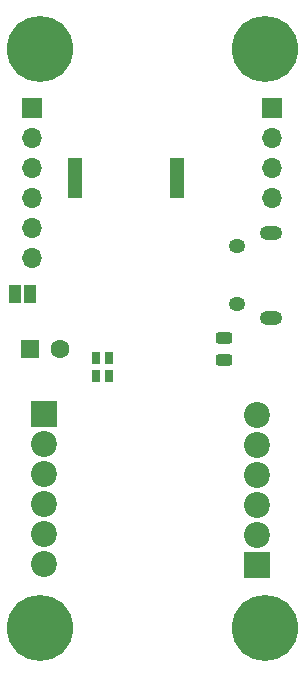
<source format=gbr>
%TF.GenerationSoftware,KiCad,Pcbnew,7.0.5*%
%TF.CreationDate,2023-12-24T21:30:35-08:00*%
%TF.ProjectId,Lyrav3,4c797261-7633-42e6-9b69-6361645f7063,rev?*%
%TF.SameCoordinates,Original*%
%TF.FileFunction,Soldermask,Top*%
%TF.FilePolarity,Negative*%
%FSLAX46Y46*%
G04 Gerber Fmt 4.6, Leading zero omitted, Abs format (unit mm)*
G04 Created by KiCad (PCBNEW 7.0.5) date 2023-12-24 21:30:35*
%MOMM*%
%LPD*%
G01*
G04 APERTURE LIST*
G04 Aperture macros list*
%AMRoundRect*
0 Rectangle with rounded corners*
0 $1 Rounding radius*
0 $2 $3 $4 $5 $6 $7 $8 $9 X,Y pos of 4 corners*
0 Add a 4 corners polygon primitive as box body*
4,1,4,$2,$3,$4,$5,$6,$7,$8,$9,$2,$3,0*
0 Add four circle primitives for the rounded corners*
1,1,$1+$1,$2,$3*
1,1,$1+$1,$4,$5*
1,1,$1+$1,$6,$7*
1,1,$1+$1,$8,$9*
0 Add four rect primitives between the rounded corners*
20,1,$1+$1,$2,$3,$4,$5,0*
20,1,$1+$1,$4,$5,$6,$7,0*
20,1,$1+$1,$6,$7,$8,$9,0*
20,1,$1+$1,$8,$9,$2,$3,0*%
G04 Aperture macros list end*
%ADD10R,1.000000X1.500000*%
%ADD11RoundRect,0.243750X0.456250X-0.243750X0.456250X0.243750X-0.456250X0.243750X-0.456250X-0.243750X0*%
%ADD12C,5.600000*%
%ADD13O,1.700000X1.700000*%
%ADD14R,1.700000X1.700000*%
%ADD15R,1.300000X3.400000*%
%ADD16R,0.800000X1.000000*%
%ADD17C,1.600000*%
%ADD18R,1.600000X1.600000*%
%ADD19C,2.200000*%
%ADD20R,2.200000X2.200000*%
%ADD21O,1.400000X1.200000*%
%ADD22O,1.900000X1.200000*%
G04 APERTURE END LIST*
D10*
%TO.C,J1*%
X2114400Y31242600D03*
X814400Y31242600D03*
%TD*%
D11*
%TO.C,D2*%
X18533200Y27557300D03*
X18533200Y25682300D03*
%TD*%
D12*
%TO.C,H3*%
X3000000Y3000000D03*
%TD*%
D13*
%TO.C,J8*%
X22648000Y39396000D03*
X22648000Y41936000D03*
X22648000Y44476000D03*
D14*
X22648000Y47016000D03*
%TD*%
D15*
%TO.C,LS1*%
X14602800Y41097800D03*
X5902800Y41097800D03*
%TD*%
D12*
%TO.C,H1*%
X3000000Y52000000D03*
%TD*%
%TO.C,H2*%
X22000000Y52000000D03*
%TD*%
D16*
%TO.C,D4*%
X8805000Y25832400D03*
X7705000Y25832400D03*
X7705000Y24332400D03*
X8805000Y24332400D03*
%TD*%
D12*
%TO.C,H4*%
X22000000Y3000000D03*
%TD*%
D17*
%TO.C,C9*%
X4664800Y26619800D03*
D18*
X2164800Y26619800D03*
%TD*%
D19*
%TO.C,J2*%
X3293200Y8433400D03*
X3293200Y10973400D03*
X3293200Y13513400D03*
X3293200Y16053400D03*
X3293200Y18593400D03*
D20*
X3293200Y21133400D03*
%TD*%
D19*
%TO.C,J9*%
X21327200Y21006400D03*
X21327200Y18466400D03*
X21327200Y15926400D03*
X21327200Y13386400D03*
X21327200Y10846400D03*
D20*
X21327200Y8306400D03*
%TD*%
D13*
%TO.C,J6*%
X2328000Y34326000D03*
X2328000Y36866000D03*
X2328000Y39406000D03*
X2328000Y41946000D03*
X2328000Y44486000D03*
D14*
X2328000Y47026000D03*
%TD*%
D21*
%TO.C,J7*%
X19639100Y30448200D03*
X19639100Y35288200D03*
D22*
X22539100Y36468200D03*
X22539100Y29268200D03*
%TD*%
M02*

</source>
